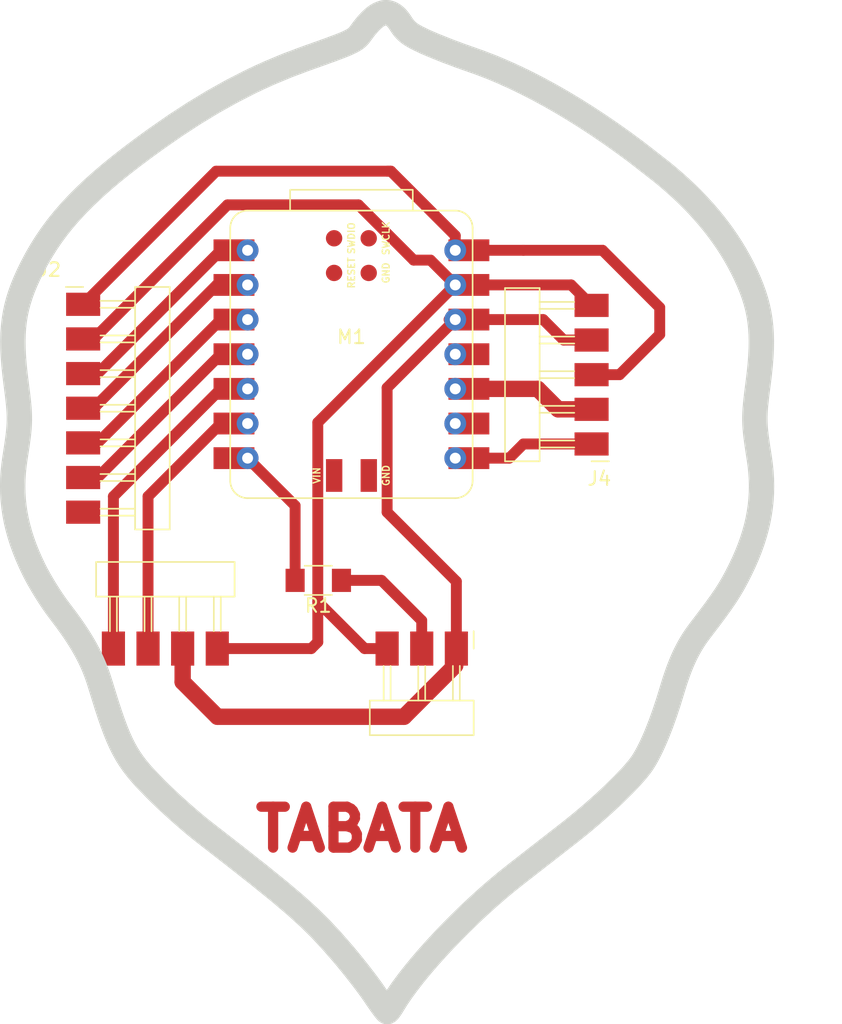
<source format=kicad_pcb>
(kicad_pcb (version 20240108) (generator "pcbnew") (generator_version "8.0")
  (layers (0 "F.Cu" signal) (31 "B.Cu" signal) (34 "B.Paste" user) (35 "F.Paste" user) (36 "B.SilkS" user "B.Silkscreen") (37 "F.SilkS" user "F.Silkscreen") (38 "B.Mask" user) (39 "F.Mask" user) (44 "Edge.Cuts" user))
  (net 0 "")
  (net 1 "GND")
  (net 2 "3.3V")
  (net 3 "SCL")
  (net 4 "SDA")
  (net 5 "D2")
  (net 6 "D3")
  (net 7 "5V")
  (net 8 "D1")
  (net 9 "D0")
  (net 10 "D7")
  (net 11 "SENAL")
  (net 12 "D8")
  (net 13 "D9")
  (net 22 "Net-(M1-D6)")
  (footprint "fab:PinHeader_1x03_P2.54mm_Horizontal_SMD" (layer "F.Cu") (at 145.08 100 -90)
    (property "Reference" "J3" (hide yes))
    (property "Value" "Conn_PinHeader_1x03_P2.54mm_Horizontal_SMD" (hide yes))
    (fp_line (start 3.81 6.35) (end 3.81 -1.27) (stroke (width 0.12)) (layer "F.SilkS"))
    (fp_line (start 6.35 6.35) (end 3.81 6.35) (stroke (width 0.12)) (layer "F.SilkS"))
    (fp_line (start 3.81 5.334) (end 1.27 5.334) (stroke (width 0.12)) (layer "F.SilkS"))
    (fp_line (start 3.81 4.826) (end 1.27 4.826) (stroke (width 0.12)) (layer "F.SilkS"))
    (fp_line (start 3.81 2.794) (end 1.27 2.794) (stroke (width 0.12)) (layer "F.SilkS"))
    (fp_line (start 3.81 2.286) (end 1.27 2.286) (stroke (width 0.12)) (layer "F.SilkS"))
    (fp_line (start 3.81 0.254) (end 1.27 0.254) (stroke (width 0.12)) (layer "F.SilkS"))
    (fp_line (start 3.81 -0.254) (end 1.27 -0.254) (stroke (width 0.12)) (layer "F.SilkS"))
    (fp_line (start -1.27 -1.27) (end 0 -1.27) (stroke (width 0.12)) (layer "F.SilkS"))
    (fp_line (start 3.81 -1.27) (end 6.35 -1.27) (stroke (width 0.12)) (layer "F.SilkS"))
    (fp_line (start 6.35 -1.27) (end 6.35 6.35) (stroke (width 0.12)) (layer "F.SilkS"))
    (pad "1" smd rect (at 0 0 270) (size 2.5 1.7) (layers "F.Cu" "F.Paste" "F.Mask") (net 2 "3.3V"))
    (pad "2" smd rect (at 0 2.54 270) (size 2.5 1.7) (layers "F.Cu" "F.Paste" "F.Mask") (net 11 "SENAL"))
    (pad "3" smd rect (at 0 5.08 270) (size 2.5 1.7) (layers "F.Cu" "F.Paste" "F.Mask") (net 1 "GND"))
  )
  (footprint "fab:PinHeader_1x04_P2.54mm_Horizontal_SMD" (layer "F.Cu") (at 119.92 100 90)
    (property "Reference" "J1" (hide yes))
    (property "Value" "Conn_PinHeader_1x04_P2.54mm_Horizontal_SMD" (hide yes))
    (fp_line (start 6.35 -1.27) (end 6.35 8.89) (stroke (width 0.12)) (layer "F.SilkS"))
    (fp_line (start 3.81 -1.27) (end 6.35 -1.27) (stroke (width 0.12)) (layer "F.SilkS"))
    (fp_line (start -1.27 -1.27) (end 0 -1.27) (stroke (width 0.12)) (layer "F.SilkS"))
    (fp_line (start 3.81 -0.254) (end 1.27 -0.254) (stroke (width 0.12)) (layer "F.SilkS"))
    (fp_line (start 3.81 0.254) (end 1.27 0.254) (stroke (width 0.12)) (layer "F.SilkS"))
    (fp_line (start 3.81 2.286) (end 1.27 2.286) (stroke (width 0.12)) (layer "F.SilkS"))
    (fp_line (start 3.81 2.794) (end 1.27 2.794) (stroke (width 0.12)) (layer "F.SilkS"))
    (fp_line (start 3.81 4.826) (end 1.27 4.826) (stroke (width 0.12)) (layer "F.SilkS"))
    (fp_line (start 3.81 5.334) (end 1.27 5.334) (stroke (width 0.12)) (layer "F.SilkS"))
    (fp_line (start 3.81 7.366) (end 1.27 7.366) (stroke (width 0.12)) (layer "F.SilkS"))
    (fp_line (start 3.81 7.874) (end 1.27 7.874) (stroke (width 0.12)) (layer "F.SilkS"))
    (fp_line (start 6.35 8.89) (end 3.81 8.89) (stroke (width 0.12)) (layer "F.SilkS"))
    (fp_line (start 3.81 8.89) (end 3.81 -1.27) (stroke (width 0.12)) (layer "F.SilkS"))
    (pad "1" smd rect (at 0 0 90) (size 2.5 1.7) (layers "F.Cu" "F.Paste" "F.Mask") (net 4 "SDA"))
    (pad "2" smd rect (at 0 2.54 90) (size 2.5 1.7) (layers "F.Cu" "F.Paste" "F.Mask") (net 3 "SCL"))
    (pad "3" smd rect (at 0 5.08 90) (size 2.5 1.7) (layers "F.Cu" "F.Paste" "F.Mask") (net 2 "3.3V"))
    (pad "4" smd rect (at 0 7.62 90) (size 2.5 1.7) (layers "F.Cu" "F.Paste" "F.Mask") (net 1 "GND"))
  )
  (footprint "fab:PinHeader_1x07_P2.54mm_Horizontal_SMD" (layer "F.Cu") (at 117.7 74.76)
    (property "Reference" "J2" (at -1.524 -2.54 360) (layer "F.SilkS") (effects (justify right)))
    (property "Value" "Conn_PinHeader_1x07_P2.54mm_Horizontal_SMD" (hide yes))
    (fp_line (start -1.27 -1.27) (end 0 -1.27) (stroke (width 0.12)) (layer "F.SilkS"))
    (fp_line (start 3.81 -1.27) (end 6.35 -1.27) (stroke (width 0.12)) (layer "F.SilkS"))
    (fp_line (start 3.81 -0.254) (end 1.27 -0.254) (stroke (width 0.12)) (layer "F.SilkS"))
    (fp_line (start 3.81 0.254) (end 1.27 0.254) (stroke (width 0.12)) (layer "F.SilkS"))
    (fp_line (start 3.81 2.286) (end 1.27 2.286) (stroke (width 0.12)) (layer "F.SilkS"))
    (fp_line (start 3.81 2.794) (end 1.27 2.794) (stroke (width 0.12)) (layer "F.SilkS"))
    (fp_line (start 3.81 4.826) (end 1.27 4.826) (stroke (width 0.12)) (layer "F.SilkS"))
    (fp_line (start 3.81 5.334) (end 1.27 5.334) (stroke (width 0.12)) (layer "F.SilkS"))
    (fp_line (start 3.81 7.366) (end 1.27 7.366) (stroke (width 0.12)) (layer "F.SilkS"))
    (fp_line (start 3.81 7.874) (end 1.27 7.874) (stroke (width 0.12)) (layer "F.SilkS"))
    (fp_line (start 3.81 9.906) (end 1.27 9.906) (stroke (width 0.12)) (layer "F.SilkS"))
    (fp_line (start 3.81 10.414) (end 1.27 10.414) (stroke (width 0.12)) (layer "F.SilkS"))
    (fp_line (start 3.81 12.446) (end 1.27 12.446) (stroke (width 0.12)) (layer "F.SilkS"))
    (fp_line (start 3.81 12.954) (end 1.27 12.954) (stroke (width 0.12)) (layer "F.SilkS"))
    (fp_line (start 3.81 14.986) (end 1.27 14.986) (stroke (width 0.12)) (layer "F.SilkS"))
    (fp_line (start 3.81 15.494) (end 1.27 15.494) (stroke (width 0.12)) (layer "F.SilkS"))
    (fp_line (start 3.81 16.51) (end 3.81 -1.27) (stroke (width 0.12)) (layer "F.SilkS"))
    (fp_line (start 6.35 -1.27) (end 6.35 16.51) (stroke (width 0.12)) (layer "F.SilkS"))
    (fp_line (start 6.35 16.51) (end 3.81 16.51) (stroke (width 0.12)) (layer "F.SilkS"))
    (pad "1" smd rect (at 0 0) (size 2.5 1.7) (layers "F.Cu" "F.Paste" "F.Mask") (net 7 "5V"))
    (pad "2" smd rect (at 0 2.54) (size 2.5 1.7) (layers "F.Cu" "F.Paste" "F.Mask") (net 1 "GND"))
    (pad "3" smd rect (at 0 5.08) (size 2.5 1.7) (layers "F.Cu" "F.Paste" "F.Mask") (net 9 "D0"))
    (pad "4" smd rect (at 0 7.62) (size 2.5 1.7) (layers "F.Cu" "F.Paste" "F.Mask") (net 8 "D1"))
    (pad "5" smd rect (at 0 10.16) (size 2.5 1.7) (layers "F.Cu" "F.Paste" "F.Mask") (net 5 "D2"))
    (pad "6" smd rect (at 0 12.7) (size 2.5 1.7) (layers "F.Cu" "F.Paste" "F.Mask") (net 6 "D3"))
    (pad "7" smd rect (at 0 15.24) (size 2.5 1.7) (layers "F.Cu" "F.Paste" "F.Mask"))
  )
  (footprint "fab:R_1206" (layer "F.Cu") (at 134.95 95 180)
    (property "Reference" "R1" (at 0 -1.85 180) (layer "F.SilkS"))
    (property "Value" "R_1206")
    (fp_line (start 1 1.07) (end -1 1.07) (stroke (width 0.12)) (layer "F.SilkS"))
    (fp_line (start -1 -1.07) (end 1 -1.07) (stroke (width 0.12)) (layer "F.SilkS"))
    (pad "1" smd rect (at -1.7 0 180) (size 1.4 1.7) (layers "F.Cu" "F.Paste" "F.Mask") (net 11 "SENAL"))
    (pad "2" smd rect (at 1.7 0 180) (size 1.4 1.7) (layers "F.Cu" "F.Paste" "F.Mask") (net 22 "Net-(M1-D6)"))
  )
  (footprint "fab:SeeedStudio_XIAO_RP2040" (layer "F.Cu") (at 137.38 78.42)
    (property "Reference" "M1" (at 0 -1.27 0) (layer "F.SilkS"))
    (property "Value" "Module_XIAO-RP2040")
    (fp_line (start -8.8875 9.281) (end -8.8875 -9.261) (stroke (width 0.12)) (layer "F.SilkS"))
    (fp_line (start -7.6175 -10.531) (end 7.6225 -10.531) (stroke (width 0.12)) (layer "F.SilkS"))
    (fp_line (start 7.6225 10.551) (end -7.6175 10.551) (stroke (width 0.12)) (layer "F.SilkS"))
    (fp_line (start 8.8925 -9.261) (end 8.8925 9.281) (stroke (width 0.12)) (layer "F.SilkS"))
    (fp_rect (start -4.4975 -10.531) (end 4.5025 -12.055) (stroke (width 0.12)) (fill none) (layer "F.SilkS"))
    (fp_arc (start -8.8875 -9.261) (mid -8.515526 -10.159026) (end -7.6175 -10.531) (stroke (width 0.12)) (layer "F.SilkS"))
    (fp_arc (start -7.6175 10.551) (mid -8.515526 10.179026) (end -8.8875 9.281) (stroke (width 0.12)) (layer "F.SilkS"))
    (fp_arc (start 7.6225 -10.531) (mid 8.520526 -10.159026) (end 8.8925 -9.261) (stroke (width 0.12)) (layer "F.SilkS"))
    (fp_arc (start 8.8925 9.281) (mid 8.520526 10.179026) (end 7.6225 10.551) (stroke (width 0.12)) (layer "F.SilkS"))
    (fp_text user "SWCLK" (at 2.54 -8.5 90) (layer "F.SilkS") (effects (font (size 0.5 0.5) (thickness 0.1) (bold yes))))
    (fp_text user "GND" (at 2.545 8.89 90) (layer "F.SilkS") (effects (font (size 0.5 0.5) (thickness 0.1) (bold yes))))
    (fp_text user "RESET" (at 0 -5.96 90) (layer "F.SilkS") (effects (font (size 0.5 0.5) (thickness 0.1) (bold yes))))
    (fp_text user "GND" (at 2.54 -5.96 90) (layer "F.SilkS") (effects (font (size 0.5 0.5) (thickness 0.1) (bold yes))))
    (fp_text user "SWDIO" (at 0 -8.5 90) (layer "F.SilkS") (effects (font (size 0.5 0.5) (thickness 0.1) (bold yes))))
    (fp_text user "VIN" (at -2.535 8.89 90) (layer "F.SilkS") (effects (font (size 0.5 0.5) (thickness 0.1) (bold yes))))
    (pad "1" thru_hole circle (at -7.615 -7.62) (size 1.6 1.6) (drill 0.8) (layers "*.Cu" "*.Mask") (net 9 "D0"))
    (pad "1" smd rect (at -7.615 -7.62) (size 3 1.6) (drill (offset -1 0)) (layers "F.Cu" "F.Paste" "F.Mask") (net 9 "D0"))
    (pad "2" thru_hole circle (at -7.615 -5.08) (size 1.6 1.6) (drill 0.8) (layers "*.Cu" "*.Mask") (net 8 "D1"))
    (pad "2" smd rect (at -7.615 -5.08) (size 3 1.6) (drill (offset -1 0)) (layers "F.Cu" "F.Paste" "F.Mask") (net 8 "D1"))
    (pad "3" thru_hole circle (at -7.615 -2.54) (size 1.6 1.6) (drill 0.8) (layers "*.Cu" "*.Mask") (net 5 "D2"))
    (pad "3" smd rect (at -7.615 -2.54) (size 3 1.6) (drill (offset -1 0)) (layers "F.Cu" "F.Paste" "F.Mask") (net 5 "D2"))
    (pad "4" thru_hole circle (at -7.615 0) (size 1.6 1.6) (drill 0.8) (layers "*.Cu" "*.Mask") (net 6 "D3"))
    (pad "4" smd rect (at -7.615 0) (size 3 1.6) (drill (offset -1 0)) (layers "F.Cu" "F.Paste" "F.Mask") (net 6 "D3"))
    (pad "5" thru_hole circle (at -7.615 2.54) (size 1.6 1.6) (drill 0.8) (layers "*.Cu" "*.Mask") (net 4 "SDA"))
    (pad "5" smd rect (at -7.615 2.54) (size 3 1.6) (drill (offset -1 0)) (layers "F.Cu" "F.Paste" "F.Mask") (net 4 "SDA"))
    (pad "6" thru_hole circle (at -7.615 5.08) (size 1.6 1.6) (drill 0.8) (layers "*.Cu" "*.Mask") (net 3 "SCL"))
    (pad "6" smd rect (at -7.615 5.08) (size 3 1.6) (drill (offset -1 0)) (layers "F.Cu" "F.Paste" "F.Mask") (net 3 "SCL"))
    (pad "7" thru_hole circle (at -7.615 7.62) (size 1.6 1.6) (drill 0.8) (layers "*.Cu" "*.Mask") (net 22 "Net-(M1-D6)"))
    (pad "7" smd rect (at -7.615 7.62) (size 3 1.6) (drill (offset -1 0)) (layers "F.Cu" "F.Paste" "F.Mask") (net 22 "Net-(M1-D6)"))
    (pad "8" thru_hole circle (at 7.62 7.62) (size 1.6 1.6) (drill 0.8) (layers "*.Cu" "*.Mask") (net 10 "D7"))
    (pad "8" smd rect (at 7.62 7.62) (size 3 1.6) (drill (offset 1 0)) (layers "F.Cu" "F.Paste" "F.Mask") (net 10 "D7"))
    (pad "9" thru_hole circle (at 7.62 5.08) (size 1.6 1.6) (drill 0.8) (layers "*.Cu" "*.Mask") (net 12 "D8"))
    (pad "9" smd rect (at 7.62 5.08) (size 3 1.6) (drill (offset 1 0)) (layers "F.Cu" "F.Paste" "F.Mask") (net 12 "D8"))
    (pad "10" thru_hole circle (at 7.62 2.54) (size 1.6 1.6) (drill 0.8) (layers "*.Cu" "*.Mask") (net 13 "D9"))
    (pad "10" smd rect (at 7.62 2.54) (size 3 1.6) (drill (offset 1 0)) (layers "F.Cu" "F.Paste" "F.Mask") (net 13 "D9"))
    (pad "11" thru_hole circle (at 7.62 0) (size 1.6 1.6) (drill 0.8) (layers "*.Cu" "*.Mask"))
    (pad "11" smd rect (at 7.62 0) (size 3 1.6) (drill (offset 1 0)) (layers "F.Cu" "F.Paste" "F.Mask"))
    (pad "12" thru_hole circle (at 7.62 -2.54) (size 1.6 1.6) (drill 0.8) (layers "*.Cu" "*.Mask") (net 2 "3.3V"))
    (pad "12" smd rect (at 7.62 -2.54) (size 3 1.6) (drill (offset 1 0)) (layers "F.Cu" "F.Paste" "F.Mask") (net 2 "3.3V"))
    (pad "13" thru_hole circle (at 7.62 -5.08) (size 1.6 1.6) (drill 0.8) (layers "*.Cu" "*.Mask") (net 1 "GND"))
    (pad "13" smd rect (at 7.62 -5.08) (size 3 1.6) (drill (offset 1 0)) (layers "F.Cu" "F.Paste" "F.Mask") (net 1 "GND"))
    (pad "14" thru_hole circle (at 7.62 -7.62) (size 1.6 1.6) (drill 0.8) (layers "*.Cu" "*.Mask") (net 7 "5V"))
    (pad "14" smd rect (at 7.62 -7.62) (size 3 1.6) (drill (offset 1 0)) (layers "F.Cu" "F.Paste" "F.Mask") (net 7 "5V"))
    (pad "15" smd rect (at 1.275 8.89 270) (size 2.4 1.2) (layers "F.Cu" "F.Paste" "F.Mask"))
    (pad "16" smd rect (at -1.265 8.89 270) (size 2.4 1.2) (layers "F.Cu" "F.Paste" "F.Mask"))
    (pad "17" smd circle (at -1.27 -8.5) (size 1.2 1.2) (layers "F.Cu" "F.Paste" "F.Mask"))
    (pad "18" smd circle (at -1.27 -5.96) (size 1.2 1.2) (layers "F.Cu" "F.Paste" "F.Mask"))
    (pad "19" smd circle (at 1.27 -5.96) (size 1.2 1.2) (layers "F.Cu" "F.Paste" "F.Mask"))
    (pad "20" smd circle (at 1.27 -8.5) (size 1.2 1.2) (layers "F.Cu" "F.Paste" "F.Mask"))
  )
  (footprint "fab:PinHeader_1x05_P2.54mm_Horizontal_SMD" (layer "F.Cu") (at 155 85 180)
    (property "Reference" "J4" (at -1.524 -2.54 180) (layer "F.SilkS") (effects (justify right)))
    (property "Value" "Conn_PinHeader_1x05_P2.54mm_Horizontal_SMD")
    (fp_line (start 6.35 11.43) (end 3.81 11.43) (stroke (width 0.12)) (layer "F.SilkS"))
    (fp_line (start 6.35 -1.27) (end 6.35 11.43) (stroke (width 0.12)) (layer "F.SilkS"))
    (fp_line (start 3.81 11.43) (end 3.81 -1.27) (stroke (width 0.12)) (layer "F.SilkS"))
    (fp_line (start 3.81 10.414) (end 1.27 10.414) (stroke (width 0.12)) (layer "F.SilkS"))
    (fp_line (start 3.81 9.906) (end 1.27 9.906) (stroke (width 0.12)) (layer "F.SilkS"))
    (fp_line (start 3.81 7.874) (end 1.27 7.874) (stroke (width 0.12)) (layer "F.SilkS"))
    (fp_line (start 3.81 7.366) (end 1.27 7.366) (stroke (width 0.12)) (layer "F.SilkS"))
    (fp_line (start 3.81 5.334) (end 1.27 5.334) (stroke (width 0.12)) (layer "F.SilkS"))
    (fp_line (start 3.81 4.826) (end 1.27 4.826) (stroke (width 0.12)) (layer "F.SilkS"))
    (fp_line (start 3.81 2.794) (end 1.27 2.794) (stroke (width 0.12)) (layer "F.SilkS"))
    (fp_line (start 3.81 2.286) (end 1.27 2.286) (stroke (width 0.12)) (layer "F.SilkS"))
    (fp_line (start 3.81 0.254) (end 1.27 0.254) (stroke (width 0.12)) (layer "F.SilkS"))
    (fp_line (start 3.81 -0.254) (end 1.27 -0.254) (stroke (width 0.12)) (layer "F.SilkS"))
    (fp_line (start 3.81 -1.27) (end 6.35 -1.27) (stroke (width 0.12)) (layer "F.SilkS"))
    (fp_line (start -1.27 -1.27) (end 0 -1.27) (stroke (width 0.12)) (layer "F.SilkS"))
    (pad "1" smd rect (at 0 0 180) (size 2.5 1.7) (layers "F.Cu" "F.Paste" "F.Mask") (net 10 "D7"))
    (pad "2" smd rect (at 0 2.54 180) (size 2.5 1.7) (layers "F.Cu" "F.Paste" "F.Mask") (net 13 "D9"))
    (pad "3" smd rect (at 0 5.08 180) (size 2.5 1.7) (layers "F.Cu" "F.Paste" "F.Mask") (net 7 "5V"))
    (pad "4" smd rect (at 0 7.62 180) (size 2.5 1.7) (layers "F.Cu" "F.Paste" "F.Mask") (net 2 "3.3V"))
    (pad "5" smd rect (at 0 10.16 180) (size 2.5 1.7) (layers "F.Cu" "F.Paste" "F.Mask") (net 1 "GND"))
  )
  (gr_poly (pts (xy 140.052196 53.39038) (xy 140.146136 53.410568) (xy 140.239938 53.441817) (xy 140.333547 53.484554) (xy 140.426906 53.539207) (xy 140.51996 53.606205) (xy 140.612653 53.685974) (xy 140.704929 53.778942) (xy 140.796733 53.885538) (xy 140.88801 54.006189) (xy 140.978702 54.141323) (xy 141.053633 54.25671) (xy 141.126759 54.36292) (xy 141.199542 54.461061) (xy 141.273443 54.552242) (xy 141.349925 54.637571) (xy 141.43045 54.718157) (xy 141.51648 54.795109) (xy 141.609477 54.869536) (xy 141.710903 54.942546) (xy 141.82222 55.015249) (xy 141.94489 55.088752) (xy 142.080376 55.164165) (xy 142.230139 55.242596) (xy 142.395641 55.325154) (xy 142.779712 55.507087) (xy 143.086505 55.643904) (xy 143.452062 55.798419) (xy 144.304772 56.139326) (xy 145.228446 56.487379) (xy 145.682708 56.650826) (xy 146.113689 56.800148) (xy 146.92161 57.087819) (xy 147.741627 57.407506) (xy 148.573051 57.758804) (xy 149.415196 58.141311) (xy 150.267375 58.554622) (xy 151.128899 58.998333) (xy 151.999083 59.472042) (xy 152.877238 59.975345) (xy 153.762678 60.507838) (xy 154.654715 61.069117) (xy 155.552662 61.658779) (xy 156.455831 62.27642) (xy 157.363537 62.921637) (xy 158.27509 63.594027) (xy 160.106994 65.018707) (xy 160.601331 65.425197) (xy 161.079168 65.836144) (xy 161.540546 66.251598) (xy 161.985508 66.671607) (xy 162.414093 67.09622) (xy 162.826343 67.525486) (xy 163.2223 67.959454) (xy 163.602004 68.398173) (xy 163.965497 68.841693) (xy 164.31282 69.290061) (xy 164.644014 69.743327) (xy 164.959121 70.20154) (xy 165.258181 70.664749) (xy 165.541235 71.133003) (xy 165.808326 71.60635) (xy 166.059493 72.084841) (xy 166.308738 72.594565) (xy 166.531857 73.088022) (xy 166.729404 73.569223) (xy 166.901929 74.042179) (xy 167.049985 74.510901) (xy 167.174122 74.9794) (xy 167.274892 75.451689) (xy 167.352846 75.931777) (xy 167.408537 76.423676) (xy 167.442516 76.931397) (xy 167.455333 77.458951) (xy 167.447542 78.01035) (xy 167.419692 78.589604) (xy 167.372337 79.200725) (xy 167.306026 79.847724) (xy 167.221313 80.534612) (xy 167.110956 81.396236) (xy 167.033397 82.103705) (xy 167.007139 82.415736) (xy 166.989348 82.708556) (xy 166.98011 82.988605) (xy 166.979516 83.262327) (xy 166.987654 83.536163) (xy 167.004613 83.816556) (xy 167.030481 84.109947) (xy 167.065348 84.42278) (xy 167.16243 85.132538) (xy 167.296569 85.997366) (xy 167.371061 86.525717) (xy 167.42489 87.047507) (xy 167.457896 87.563705) (xy 167.469914 88.07528) (xy 167.460782 88.583201) (xy 167.430338 89.088437) (xy 167.378418 89.591959) (xy 167.304859 90.094735) (xy 167.2095 90.597735) (xy 167.092176 91.101928) (xy 166.952725 91.608283) (xy 166.790985 92.117771) (xy 166.606792 92.631359) (xy 166.399983 93.150019) (xy 166.170397 93.674718) (xy 165.917869 94.206426) (xy 165.655739 94.725503) (xy 165.400241 95.199492) (xy 165.132458 95.656997) (xy 164.833473 96.126622) (xy 164.484372 96.636971) (xy 164.066236 97.216648) (xy 163.56015 97.894255) (xy 162.947196 98.698396) (xy 162.784989 98.915664) (xy 162.629225 99.136377) (xy 162.479489 99.361419) (xy 162.335369 99.591672) (xy 162.19645 99.82802) (xy 162.062319 100.071345) (xy 161.932563 100.32253) (xy 161.806769 100.582457) (xy 161.684522 100.85201) (xy 161.565408 101.132072) (xy 161.449016 101.423524) (xy 161.33493 101.72725) (xy 161.112025 102.375055) (xy 160.893386 103.082548) (xy 160.632895 103.933188) (xy 160.364916 104.741149) (xy 160.091789 105.500708) (xy 159.815852 106.206142) (xy 159.677562 106.536773) (xy 159.539447 106.851727) (xy 159.401799 107.150288) (xy 159.264912 107.431741) (xy 159.129077 107.69537) (xy 158.994587 107.940459) (xy 158.861734 108.166295) (xy 158.730811 108.37216) (xy 158.576329 108.589887) (xy 158.385939 108.832639) (xy 158.162242 109.097931) (xy 157.907835 109.383275) (xy 157.317291 110.004176) (xy 156.635097 110.675453) (xy 155.882047 111.377214) (xy 155.078933 112.089571) (xy 154.246545 112.792631) (xy 153.405677 113.466505) (xy 149.411826 116.573728) (xy 148.747522 117.103002) (xy 148.077369 117.661606) (xy 147.40549 118.245177) (xy 146.736012 118.849352) (xy 146.073058 119.469764) (xy 145.420754 120.102052) (xy 144.783225 120.74185) (xy 144.164594 121.384795) (xy 143.568988 122.026522) (xy 143.000531 122.662667) (xy 142.463348 123.288867) (xy 141.961563 123.900756) (xy 141.499302 124.493972) (xy 141.080689 125.064149) (xy 140.709849 125.606924) (xy 140.390907 126.117933) (xy 140.359971 126.169519) (xy 140.329027 126.219603) (xy 140.298273 126.267928) (xy 140.267906 126.314238) (xy 140.238125 126.358276) (xy 140.209125 126.399783) (xy 140.181106 126.438504) (xy 140.154264 126.474181) (xy 140.128797 126.506557) (xy 140.104903 126.535375) (xy 140.082779 126.560379) (xy 140.062622 126.58131) (xy 140.044632 126.597913) (xy 140.03651 126.604511) (xy 140.029003 126.60993) (xy 140.022137 126.614138) (xy 140.015936 126.617103) (xy 140.010424 126.618793) (xy 140.005626 126.619177) (xy 139.992467 126.612064) (xy 139.971042 126.592282) (xy 139.905306 126.517312) (xy 139.812251 126.399476) (xy 139.695709 126.243979) (xy 139.559512 126.056031) (xy 139.407492 125.840837) (xy 139.243481 125.603607) (xy 139.071311 125.349546) (xy 138.87042 125.059939) (xy 138.624091 124.720835) (xy 138.341929 124.344585) (xy 138.033537 123.943539) (xy 137.708519 123.530048) (xy 137.376479 123.11646) (xy 137.04702 122.715127) (xy 136.729747 122.3384) (xy 135.913745 121.40413) (xy 135.121976 120.554179) (xy 134.277405 119.721205) (xy 133.302996 118.837867) (xy 132.121713 117.836827) (xy 130.656519 116.650743) (xy 128.830379 115.212276) (xy 126.566257 113.454084) (xy 126.174565 113.142779) (xy 125.739189 112.782127) (xy 125.274659 112.385043) (xy 124.795507 111.964442) (xy 124.316266 111.53324) (xy 123.851467 111.104352) (xy 123.415641 110.690694) (xy 123.02332 110.305181) (xy 122.269956 109.524782) (xy 121.944855 109.16302) (xy 121.6489 108.810292) (xy 121.378161 108.459153) (xy 121.128705 108.102158) (xy 120.896602 107.731863) (xy 120.677922 107.340824) (xy 120.468732 106.921597) (xy 120.265101 106.466737) (xy 120.0631 105.968801) (xy 119.858796 105.420343) (xy 119.648259 104.813919) (xy 119.427557 104.142086) (xy 118.939935 102.572412) (xy 118.834924 102.240986) (xy 118.722445 101.915305) (xy 118.601734 101.594002) (xy 118.472027 101.275711) (xy 118.33256 100.959062) (xy 118.182571 100.642689) (xy 118.021294 100.325225) (xy 117.847966 100.005301) (xy 117.661824 99.68155) (xy 117.462104 99.352604) (xy 117.248042 99.017097) (xy 117.018874 98.67366) (xy 116.773836 98.320926) (xy 116.512165 97.957527) (xy 115.935869 97.193266) (xy 115.70854 96.887613) (xy 115.464973 96.538576) (xy 115.212748 96.158361) (xy 114.95945 95.759177) (xy 114.71266 95.353232) (xy 114.479961 94.952733) (xy 114.268937 94.569888) (xy 114.087169 94.216905) (xy 113.83374 93.683225) (xy 113.60336 93.156885) (xy 113.395859 92.636884) (xy 113.21107 92.122219) (xy 113.048822 91.611886) (xy 112.908947 91.104883) (xy 112.791277 90.600207) (xy 112.695643 90.096855) (xy 112.621875 89.593825) (xy 112.569806 89.090112) (xy 112.539266 88.584715) (xy 112.530086 88.076631) (xy 112.542098 87.564856) (xy 112.575133 87.048389) (xy 112.629023 86.526225) (xy 112.703597 85.997362) (xy 112.837746 85.132534) (xy 112.934834 84.422776) (xy 112.969702 84.109943) (xy 112.995572 83.816551) (xy 113.012532 83.536158) (xy 113.02067 83.262322) (xy 113.020076 82.9886) (xy 113.010839 82.70855) (xy 112.993047 82.415731) (xy 112.96679 82.103699) (xy 112.889232 81.396231) (xy 112.778877 80.534609) (xy 112.694163 79.847721) (xy 112.627852 79.200721) (xy 112.580497 78.5896) (xy 112.552647 78.010346) (xy 112.544856 77.458947) (xy 112.557673 76.931393) (xy 112.591652 76.423672) (xy 112.647343 75.931773) (xy 112.725298 75.451685) (xy 112.826068 74.979397) (xy 112.950205 74.510897) (xy 113.098261 74.042175) (xy 113.270787 73.569219) (xy 113.468334 73.088018) (xy 113.691455 72.594561) (xy 113.9407 72.084837) (xy 114.270169 71.460443) (xy 114.619348 70.853291) (xy 114.990894 70.260624) (xy 115.387465 69.679685) (xy 115.811718 69.107717) (xy 116.266312 68.541963) (xy 116.753906 67.979667) (xy 117.277155 67.41807) (xy 117.838719 66.854416) (xy 118.441256 66.285948) (xy 119.087423 65.709908) (xy 119.779879 65.123541) (xy 120.52128 64.524088) (xy 121.314286 63.908794) (xy 122.161554 63.2749) (xy 123.065742 62.61965) (xy 124.479536 61.638672) (xy 125.864974 60.7368) (xy 127.230364 59.909584) (xy 128.584014 59.152574) (xy 129.934234 58.461319) (xy 130.610653 58.138959) (xy 131.28933 57.831369) (xy 132.657613 57.258274) (xy 134.047389 56.737585) (xy 135.175539 56.33693) (xy 135.641093 56.169184) (xy 136.047414 56.020174) (xy 136.399338 55.887663) (xy 136.701702 55.769411) (xy 136.83581 55.714934) (xy 136.959342 55.663181) (xy 137.072901 55.613875) (xy 137.177092 55.566734) (xy 137.272521 55.521479) (xy 137.359791 55.477831) (xy 137.439506 55.43551) (xy 137.512272 55.394235) (xy 137.578693 55.353727) (xy 137.639373 55.313707) (xy 137.694917 55.273893) (xy 137.74593 55.234008) (xy 137.793015 55.19377) (xy 137.836778 55.1529) (xy 137.877822 55.111118) (xy 137.916753 55.068145) (xy 137.954175 55.0237) (xy 137.990692 54.977505) (xy 138.06343 54.87874) (xy 138.063407 54.878743) (xy 138.230247 54.65056) (xy 138.401215 54.430685) (xy 138.575868 54.222541) (xy 138.753758 54.029551) (xy 138.843778 53.939808) (xy 138.93444 53.855136) (xy 139.025689 53.775964) (xy 139.117468 53.702719) (xy 139.209723 53.635829) (xy 139.302397 53.575722) (xy 139.395434 53.522826) (xy 139.488779 53.477568) (xy 139.582377 53.440376) (xy 139.676171 53.411677) (xy 139.770105 53.391901) (xy 139.864125 53.381474) (xy 139.958174 53.380824)) (stroke (width 1.860999)) (fill none) (layer "Edge.Cuts"))
  (gr_text "TABATA" (at 130 115 0) (layer "F.Cu") (effects (font (size 3 3) (thickness 0.75) (bold yes)) (justify left bottom)))
  (segment (start 140 100) (end 138.35 100) (width 0.8) (layer "F.Cu") (net 1))
  (segment (start 134.435 100) (end 134.915 99.52) (width 0.8) (layer "F.Cu") (net 1))
  (segment (start 141.947057 71.52) (end 137.897057 67.47) (width 0.8) (layer "F.Cu") (net 1))
  (segment (start 137.897057 67.47) (end 128.29 67.47) (width 0.8) (layer "F.Cu") (net 1))
  (segment (start 134.915 83.425) (end 134.915 96.565) (width 0.8) (layer "F.Cu") (net 1))
  (segment (start 145 73.34) (end 134.915 83.425) (width 0.8) (layer "F.Cu") (net 1))
  (segment (start 118.46 77.3) (end 117.7 77.3) (width 0.8) (layer "F.Cu") (net 1))
  (segment (start 143.18 71.52) (end 141.947057 71.52) (width 0.8) (layer "F.Cu") (net 1))
  (segment (start 138.35 100) (end 134.915 96.565) (width 0.8) (layer "F.Cu") (net 1))
  (segment (start 134.915 99.52) (end 134.915 96.565) (width 0.8) (layer "F.Cu") (net 1))
  (segment (start 127.54 100) (end 134.435 100) (width 0.8) (layer "F.Cu") (net 1))
  (segment (start 145 73.34) (end 143.18 71.52) (width 0.8) (layer "F.Cu") (net 1))
  (segment (start 145 73.34) (end 153.5 73.34) (width 0.8) (layer "F.Cu") (net 1))
  (segment (start 128.29 67.47) (end 118.46 77.3) (width 0.8) (layer "F.Cu") (net 1))
  (segment (start 153.5 73.34) (end 155 74.84) (width 0.8) (layer "F.Cu") (net 1))
  (segment (start 152.95 77.38) (end 155 77.38) (width 0.8) (layer "F.Cu") (net 2))
  (segment (start 145 75.88) (end 151.45 75.88) (width 0.8) (layer "F.Cu") (net 2))
  (segment (start 125 100) (end 125 102.45) (width 1.2) (layer "F.Cu") (net 2))
  (segment (start 145.08 100) (end 145.08 95.08) (width 0.8) (layer "F.Cu") (net 2))
  (segment (start 145 75.88) (end 144.545 75.88) (width 0.8) (layer "F.Cu") (net 2))
  (segment (start 141.24 105) (end 145 101.24) (width 1.2) (layer "F.Cu") (net 2))
  (segment (start 151.45 75.88) (end 152.95 77.38) (width 0.8) (layer "F.Cu") (net 2))
  (segment (start 125 102.45) (end 127.55 105) (width 1.2) (layer "F.Cu") (net 2))
  (segment (start 140 90) (end 140 80.88) (width 0.8) (layer "F.Cu") (net 2))
  (segment (start 145.08 95.08) (end 140 90) (width 0.8) (layer "F.Cu") (net 2))
  (segment (start 127.55 105) (end 141.24 105) (width 1.2) (layer "F.Cu") (net 2))
  (segment (start 140 80.88) (end 145 75.88) (width 0.8) (layer "F.Cu") (net 2))
  (segment (start 127.805 83.5) (end 129.765 83.5) (width 0.8) (layer "F.Cu") (net 3))
  (segment (start 122.46 88.845) (end 127.805 83.5) (width 0.8) (layer "F.Cu") (net 3))
  (segment (start 122.46 100) (end 122.46 88.845) (width 0.8) (layer "F.Cu") (net 3))
  (segment (start 127.805 80.96) (end 119.92 88.845) (width 0.8) (layer "F.Cu") (net 4))
  (segment (start 129.765 80.96) (end 127.805 80.96) (width 0.8) (layer "F.Cu") (net 4))
  (segment (start 119.92 88.845) (end 119.92 100) (width 0.8) (layer "F.Cu") (net 4))
  (segment (start 118.765 84.92) (end 117.7 84.92) (width 0.8) (layer "F.Cu") (net 5))
  (segment (start 127.805 75.88) (end 118.765 84.92) (width 0.8) (layer "F.Cu") (net 5))
  (segment (start 129.765 75.88) (end 127.805 75.88) (width 0.8) (layer "F.Cu") (net 5))
  (segment (start 129.765 78.42) (end 127.805 78.42) (width 0.8) (layer "F.Cu") (net 6))
  (segment (start 118.765 87.46) (end 117.7 87.46) (width 0.8) (layer "F.Cu") (net 6))
  (segment (start 127.805 78.42) (end 118.765 87.46) (width 0.8) (layer "F.Cu") (net 6))
  (segment (start 127.46 65) (end 140.275686 65) (width 0.8) (layer "F.Cu") (net 7))
  (segment (start 150 70.8) (end 155.8 70.8) (width 0.8) (layer "F.Cu") (net 7))
  (segment (start 160 75) (end 160 76.97) (width 0.8) (layer "F.Cu") (net 7))
  (segment (start 117.7 74.76) (end 127.46 65) (width 0.8) (layer "F.Cu") (net 7))
  (segment (start 155.8 79.88) (end 155.04 79.88) (width 0.8) (layer "F.Cu") (net 7))
  (segment (start 160 76.97) (end 157.05 79.92) (width 0.8) (layer "F.Cu") (net 7))
  (segment (start 140.275686 65) (end 140 65) (width 0.8) (layer "F.Cu") (net 7))
  (segment (start 117.7 74.76) (end 116.94 74.76) (width 0.8) (layer "F.Cu") (net 7))
  (segment (start 145 70.8) (end 145 69.724314) (width 0.8) (layer "F.Cu") (net 7))
  (segment (start 145 69.724314) (end 140.275686 65) (width 0.8) (layer "F.Cu") (net 7))
  (segment (start 157.05 79.92) (end 155 79.92) (width 0.8) (layer "F.Cu") (net 7))
  (segment (start 155.04 79.88) (end 155 79.92) (width 0.8) (layer "F.Cu") (net 7))
  (segment (start 145 70.8) (end 150 70.8) (width 0.8) (layer "F.Cu") (net 7))
  (segment (start 155.8 70.8) (end 160 75) (width 0.8) (layer "F.Cu") (net 7))
  (segment (start 127.5 73.34) (end 118.46 82.38) (width 0.8) (layer "F.Cu") (net 8))
  (segment (start 129.765 73.34) (end 127.5 73.34) (width 0.8) (layer "F.Cu") (net 8))
  (segment (start 118.46 82.38) (end 117.7 82.38) (width 0.8) (layer "F.Cu") (net 8))
  (segment (start 118.765 79.84) (end 117.7 79.84) (width 0.8) (layer "F.Cu") (net 9))
  (segment (start 129.765 70.8) (end 127.805 70.8) (width 0.8) (layer "F.Cu") (net 9))
  (segment (start 127.805 70.8) (end 118.765 79.84) (width 0.8) (layer "F.Cu") (net 9))
  (segment (start 145 86.04) (end 148.96 86.04) (width 0.8) (layer "F.Cu") (net 10))
  (segment (start 148.96 86.04) (end 150 85) (width 0.8) (layer "F.Cu") (net 10))
  (segment (start 150 85) (end 155 85) (width 0.8) (layer "F.Cu") (net 10))
  (segment (start 142.54 97.95) (end 139.59 95) (width 0.8) (layer "F.Cu") (net 11))
  (segment (start 139.59 95) (end 136.65 95) (width 0.8) (layer "F.Cu") (net 11))
  (segment (start 142.54 100) (end 142.54 97.95) (width 0.8) (layer "F.Cu") (net 11))
  (segment (start 151.05 80.96) (end 152.55 82.46) (width 1.2) (layer "F.Cu") (net 13))
  (segment (start 145 80.96) (end 151.05 80.96) (width 1.2) (layer "F.Cu") (net 13))
  (segment (start 152.55 82.46) (end 155 82.46) (width 1.2) (layer "F.Cu") (net 13))
  (segment (start 133.25 89.525) (end 129.765 86.04) (width 0.8) (layer "F.Cu") (net 22))
  (segment (start 133.25 95) (end 133.25 89.525) (width 0.8) (layer "F.Cu") (net 22))
)
</source>
